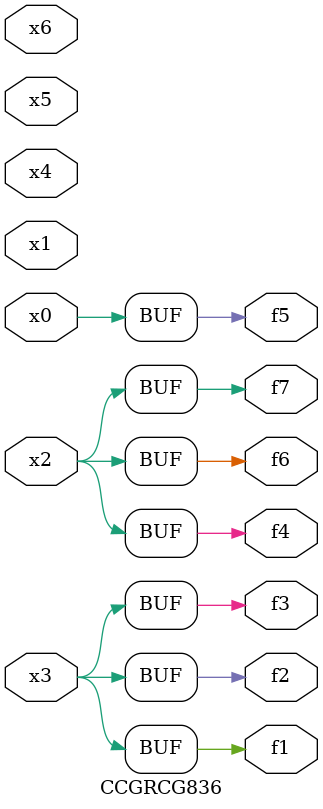
<source format=v>
module CCGRCG836(
	input x0, x1, x2, x3, x4, x5, x6,
	output f1, f2, f3, f4, f5, f6, f7
);
	assign f1 = x3;
	assign f2 = x3;
	assign f3 = x3;
	assign f4 = x2;
	assign f5 = x0;
	assign f6 = x2;
	assign f7 = x2;
endmodule

</source>
